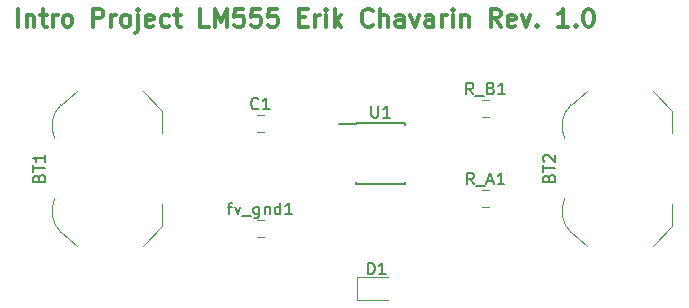
<source format=gbr>
G04 #@! TF.GenerationSoftware,KiCad,Pcbnew,(5.1.4)-1*
G04 #@! TF.CreationDate,2021-09-27T23:37:41-07:00*
G04 #@! TF.ProjectId,IntroProj,496e7472-6f50-4726-9f6a-2e6b69636164,rev?*
G04 #@! TF.SameCoordinates,Original*
G04 #@! TF.FileFunction,Legend,Top*
G04 #@! TF.FilePolarity,Positive*
%FSLAX46Y46*%
G04 Gerber Fmt 4.6, Leading zero omitted, Abs format (unit mm)*
G04 Created by KiCad (PCBNEW (5.1.4)-1) date 2021-09-27 23:37:41*
%MOMM*%
%LPD*%
G04 APERTURE LIST*
%ADD10C,0.300000*%
%ADD11C,0.100000*%
%ADD12C,0.120000*%
%ADD13C,0.150000*%
G04 APERTURE END LIST*
D10*
X130618571Y-57828571D02*
X130618571Y-56328571D01*
X131332857Y-56828571D02*
X131332857Y-57828571D01*
X131332857Y-56971428D02*
X131404285Y-56900000D01*
X131547142Y-56828571D01*
X131761428Y-56828571D01*
X131904285Y-56900000D01*
X131975714Y-57042857D01*
X131975714Y-57828571D01*
X132475714Y-56828571D02*
X133047142Y-56828571D01*
X132690000Y-56328571D02*
X132690000Y-57614285D01*
X132761428Y-57757142D01*
X132904285Y-57828571D01*
X133047142Y-57828571D01*
X133547142Y-57828571D02*
X133547142Y-56828571D01*
X133547142Y-57114285D02*
X133618571Y-56971428D01*
X133690000Y-56900000D01*
X133832857Y-56828571D01*
X133975714Y-56828571D01*
X134690000Y-57828571D02*
X134547142Y-57757142D01*
X134475714Y-57685714D01*
X134404285Y-57542857D01*
X134404285Y-57114285D01*
X134475714Y-56971428D01*
X134547142Y-56900000D01*
X134690000Y-56828571D01*
X134904285Y-56828571D01*
X135047142Y-56900000D01*
X135118571Y-56971428D01*
X135190000Y-57114285D01*
X135190000Y-57542857D01*
X135118571Y-57685714D01*
X135047142Y-57757142D01*
X134904285Y-57828571D01*
X134690000Y-57828571D01*
X136975714Y-57828571D02*
X136975714Y-56328571D01*
X137547142Y-56328571D01*
X137690000Y-56400000D01*
X137761428Y-56471428D01*
X137832857Y-56614285D01*
X137832857Y-56828571D01*
X137761428Y-56971428D01*
X137690000Y-57042857D01*
X137547142Y-57114285D01*
X136975714Y-57114285D01*
X138475714Y-57828571D02*
X138475714Y-56828571D01*
X138475714Y-57114285D02*
X138547142Y-56971428D01*
X138618571Y-56900000D01*
X138761428Y-56828571D01*
X138904285Y-56828571D01*
X139618571Y-57828571D02*
X139475714Y-57757142D01*
X139404285Y-57685714D01*
X139332857Y-57542857D01*
X139332857Y-57114285D01*
X139404285Y-56971428D01*
X139475714Y-56900000D01*
X139618571Y-56828571D01*
X139832857Y-56828571D01*
X139975714Y-56900000D01*
X140047142Y-56971428D01*
X140118571Y-57114285D01*
X140118571Y-57542857D01*
X140047142Y-57685714D01*
X139975714Y-57757142D01*
X139832857Y-57828571D01*
X139618571Y-57828571D01*
X140761428Y-56828571D02*
X140761428Y-58114285D01*
X140690000Y-58257142D01*
X140547142Y-58328571D01*
X140475714Y-58328571D01*
X140761428Y-56328571D02*
X140690000Y-56400000D01*
X140761428Y-56471428D01*
X140832857Y-56400000D01*
X140761428Y-56328571D01*
X140761428Y-56471428D01*
X142047142Y-57757142D02*
X141904285Y-57828571D01*
X141618571Y-57828571D01*
X141475714Y-57757142D01*
X141404285Y-57614285D01*
X141404285Y-57042857D01*
X141475714Y-56900000D01*
X141618571Y-56828571D01*
X141904285Y-56828571D01*
X142047142Y-56900000D01*
X142118571Y-57042857D01*
X142118571Y-57185714D01*
X141404285Y-57328571D01*
X143404285Y-57757142D02*
X143261428Y-57828571D01*
X142975714Y-57828571D01*
X142832857Y-57757142D01*
X142761428Y-57685714D01*
X142690000Y-57542857D01*
X142690000Y-57114285D01*
X142761428Y-56971428D01*
X142832857Y-56900000D01*
X142975714Y-56828571D01*
X143261428Y-56828571D01*
X143404285Y-56900000D01*
X143832857Y-56828571D02*
X144404285Y-56828571D01*
X144047142Y-56328571D02*
X144047142Y-57614285D01*
X144118571Y-57757142D01*
X144261428Y-57828571D01*
X144404285Y-57828571D01*
X146761428Y-57828571D02*
X146047142Y-57828571D01*
X146047142Y-56328571D01*
X147261428Y-57828571D02*
X147261428Y-56328571D01*
X147761428Y-57400000D01*
X148261428Y-56328571D01*
X148261428Y-57828571D01*
X149690000Y-56328571D02*
X148975714Y-56328571D01*
X148904285Y-57042857D01*
X148975714Y-56971428D01*
X149118571Y-56900000D01*
X149475714Y-56900000D01*
X149618571Y-56971428D01*
X149690000Y-57042857D01*
X149761428Y-57185714D01*
X149761428Y-57542857D01*
X149690000Y-57685714D01*
X149618571Y-57757142D01*
X149475714Y-57828571D01*
X149118571Y-57828571D01*
X148975714Y-57757142D01*
X148904285Y-57685714D01*
X151118571Y-56328571D02*
X150404285Y-56328571D01*
X150332857Y-57042857D01*
X150404285Y-56971428D01*
X150547142Y-56900000D01*
X150904285Y-56900000D01*
X151047142Y-56971428D01*
X151118571Y-57042857D01*
X151190000Y-57185714D01*
X151190000Y-57542857D01*
X151118571Y-57685714D01*
X151047142Y-57757142D01*
X150904285Y-57828571D01*
X150547142Y-57828571D01*
X150404285Y-57757142D01*
X150332857Y-57685714D01*
X152547142Y-56328571D02*
X151832857Y-56328571D01*
X151761428Y-57042857D01*
X151832857Y-56971428D01*
X151975714Y-56900000D01*
X152332857Y-56900000D01*
X152475714Y-56971428D01*
X152547142Y-57042857D01*
X152618571Y-57185714D01*
X152618571Y-57542857D01*
X152547142Y-57685714D01*
X152475714Y-57757142D01*
X152332857Y-57828571D01*
X151975714Y-57828571D01*
X151832857Y-57757142D01*
X151761428Y-57685714D01*
X154404285Y-57042857D02*
X154904285Y-57042857D01*
X155118571Y-57828571D02*
X154404285Y-57828571D01*
X154404285Y-56328571D01*
X155118571Y-56328571D01*
X155761428Y-57828571D02*
X155761428Y-56828571D01*
X155761428Y-57114285D02*
X155832857Y-56971428D01*
X155904285Y-56900000D01*
X156047142Y-56828571D01*
X156190000Y-56828571D01*
X156690000Y-57828571D02*
X156690000Y-56828571D01*
X156690000Y-56328571D02*
X156618571Y-56400000D01*
X156690000Y-56471428D01*
X156761428Y-56400000D01*
X156690000Y-56328571D01*
X156690000Y-56471428D01*
X157404285Y-57828571D02*
X157404285Y-56328571D01*
X157547142Y-57257142D02*
X157975714Y-57828571D01*
X157975714Y-56828571D02*
X157404285Y-57400000D01*
X160618571Y-57685714D02*
X160547142Y-57757142D01*
X160332857Y-57828571D01*
X160190000Y-57828571D01*
X159975714Y-57757142D01*
X159832857Y-57614285D01*
X159761428Y-57471428D01*
X159690000Y-57185714D01*
X159690000Y-56971428D01*
X159761428Y-56685714D01*
X159832857Y-56542857D01*
X159975714Y-56400000D01*
X160190000Y-56328571D01*
X160332857Y-56328571D01*
X160547142Y-56400000D01*
X160618571Y-56471428D01*
X161261428Y-57828571D02*
X161261428Y-56328571D01*
X161904285Y-57828571D02*
X161904285Y-57042857D01*
X161832857Y-56900000D01*
X161690000Y-56828571D01*
X161475714Y-56828571D01*
X161332857Y-56900000D01*
X161261428Y-56971428D01*
X163261428Y-57828571D02*
X163261428Y-57042857D01*
X163190000Y-56900000D01*
X163047142Y-56828571D01*
X162761428Y-56828571D01*
X162618571Y-56900000D01*
X163261428Y-57757142D02*
X163118571Y-57828571D01*
X162761428Y-57828571D01*
X162618571Y-57757142D01*
X162547142Y-57614285D01*
X162547142Y-57471428D01*
X162618571Y-57328571D01*
X162761428Y-57257142D01*
X163118571Y-57257142D01*
X163261428Y-57185714D01*
X163832857Y-56828571D02*
X164190000Y-57828571D01*
X164547142Y-56828571D01*
X165761428Y-57828571D02*
X165761428Y-57042857D01*
X165690000Y-56900000D01*
X165547142Y-56828571D01*
X165261428Y-56828571D01*
X165118571Y-56900000D01*
X165761428Y-57757142D02*
X165618571Y-57828571D01*
X165261428Y-57828571D01*
X165118571Y-57757142D01*
X165047142Y-57614285D01*
X165047142Y-57471428D01*
X165118571Y-57328571D01*
X165261428Y-57257142D01*
X165618571Y-57257142D01*
X165761428Y-57185714D01*
X166475714Y-57828571D02*
X166475714Y-56828571D01*
X166475714Y-57114285D02*
X166547142Y-56971428D01*
X166618571Y-56900000D01*
X166761428Y-56828571D01*
X166904285Y-56828571D01*
X167404285Y-57828571D02*
X167404285Y-56828571D01*
X167404285Y-56328571D02*
X167332857Y-56400000D01*
X167404285Y-56471428D01*
X167475714Y-56400000D01*
X167404285Y-56328571D01*
X167404285Y-56471428D01*
X168118571Y-56828571D02*
X168118571Y-57828571D01*
X168118571Y-56971428D02*
X168190000Y-56900000D01*
X168332857Y-56828571D01*
X168547142Y-56828571D01*
X168690000Y-56900000D01*
X168761428Y-57042857D01*
X168761428Y-57828571D01*
X171475714Y-57828571D02*
X170975714Y-57114285D01*
X170618571Y-57828571D02*
X170618571Y-56328571D01*
X171190000Y-56328571D01*
X171332857Y-56400000D01*
X171404285Y-56471428D01*
X171475714Y-56614285D01*
X171475714Y-56828571D01*
X171404285Y-56971428D01*
X171332857Y-57042857D01*
X171190000Y-57114285D01*
X170618571Y-57114285D01*
X172690000Y-57757142D02*
X172547142Y-57828571D01*
X172261428Y-57828571D01*
X172118571Y-57757142D01*
X172047142Y-57614285D01*
X172047142Y-57042857D01*
X172118571Y-56900000D01*
X172261428Y-56828571D01*
X172547142Y-56828571D01*
X172690000Y-56900000D01*
X172761428Y-57042857D01*
X172761428Y-57185714D01*
X172047142Y-57328571D01*
X173261428Y-56828571D02*
X173618571Y-57828571D01*
X173975714Y-56828571D01*
X174547142Y-57685714D02*
X174618571Y-57757142D01*
X174547142Y-57828571D01*
X174475714Y-57757142D01*
X174547142Y-57685714D01*
X174547142Y-57828571D01*
X177190000Y-57828571D02*
X176332857Y-57828571D01*
X176761428Y-57828571D02*
X176761428Y-56328571D01*
X176618571Y-56542857D01*
X176475714Y-56685714D01*
X176332857Y-56757142D01*
X177832857Y-57685714D02*
X177904285Y-57757142D01*
X177832857Y-57828571D01*
X177761428Y-57757142D01*
X177832857Y-57685714D01*
X177832857Y-57828571D01*
X178832857Y-56328571D02*
X178975714Y-56328571D01*
X179118571Y-56400000D01*
X179190000Y-56471428D01*
X179261428Y-56614285D01*
X179332857Y-56900000D01*
X179332857Y-57257142D01*
X179261428Y-57542857D01*
X179190000Y-57685714D01*
X179118571Y-57757142D01*
X178975714Y-57828571D01*
X178832857Y-57828571D01*
X178690000Y-57757142D01*
X178618571Y-57685714D01*
X178547142Y-57542857D01*
X178475714Y-57257142D01*
X178475714Y-56900000D01*
X178547142Y-56614285D01*
X178618571Y-56471428D01*
X178690000Y-56400000D01*
X178832857Y-56328571D01*
D11*
X135580000Y-76400000D02*
X134230000Y-75250000D01*
X135580000Y-63300000D02*
X134230000Y-64450000D01*
X142830000Y-64950000D02*
X142830000Y-66850000D01*
X142830000Y-74750000D02*
X142830000Y-72850000D01*
X142830000Y-74750000D02*
X141180000Y-76400000D01*
X141180000Y-63300000D02*
X142830000Y-64950000D01*
X133733542Y-72351694D02*
G75*
G03X134230000Y-75250000I2296458J-1098306D01*
G01*
X133732393Y-67345902D02*
G75*
G02X134230000Y-64450000I2297607J1095902D01*
G01*
X176912393Y-67345902D02*
G75*
G02X177410000Y-64450000I2297607J1095902D01*
G01*
X176913542Y-72351694D02*
G75*
G03X177410000Y-75250000I2296458J-1098306D01*
G01*
X184360000Y-63300000D02*
X186010000Y-64950000D01*
X186010000Y-74750000D02*
X184360000Y-76400000D01*
X186010000Y-74750000D02*
X186010000Y-72850000D01*
X186010000Y-64950000D02*
X186010000Y-66850000D01*
X178760000Y-63300000D02*
X177410000Y-64450000D01*
X178760000Y-76400000D02*
X177410000Y-75250000D01*
D12*
X150871422Y-65330000D02*
X151388578Y-65330000D01*
X150871422Y-66750000D02*
X151388578Y-66750000D01*
X159272500Y-80970000D02*
X161957500Y-80970000D01*
X159272500Y-79050000D02*
X159272500Y-80970000D01*
X161957500Y-79050000D02*
X159272500Y-79050000D01*
X150871422Y-75640000D02*
X151388578Y-75640000D01*
X150871422Y-74220000D02*
X151388578Y-74220000D01*
X169921422Y-73100000D02*
X170438578Y-73100000D01*
X169921422Y-71680000D02*
X170438578Y-71680000D01*
X169921422Y-64060000D02*
X170438578Y-64060000D01*
X169921422Y-65480000D02*
X170438578Y-65480000D01*
D13*
X159215000Y-66005000D02*
X159215000Y-66055000D01*
X163365000Y-66005000D02*
X163365000Y-66150000D01*
X163365000Y-71155000D02*
X163365000Y-71010000D01*
X159215000Y-71155000D02*
X159215000Y-71010000D01*
X159215000Y-66005000D02*
X163365000Y-66005000D01*
X159215000Y-71155000D02*
X163365000Y-71155000D01*
X159215000Y-66055000D02*
X157815000Y-66055000D01*
X132358571Y-70635714D02*
X132406190Y-70492857D01*
X132453809Y-70445238D01*
X132549047Y-70397619D01*
X132691904Y-70397619D01*
X132787142Y-70445238D01*
X132834761Y-70492857D01*
X132882380Y-70588095D01*
X132882380Y-70969047D01*
X131882380Y-70969047D01*
X131882380Y-70635714D01*
X131930000Y-70540476D01*
X131977619Y-70492857D01*
X132072857Y-70445238D01*
X132168095Y-70445238D01*
X132263333Y-70492857D01*
X132310952Y-70540476D01*
X132358571Y-70635714D01*
X132358571Y-70969047D01*
X131882380Y-70111904D02*
X131882380Y-69540476D01*
X132882380Y-69826190D02*
X131882380Y-69826190D01*
X132882380Y-68683333D02*
X132882380Y-69254761D01*
X132882380Y-68969047D02*
X131882380Y-68969047D01*
X132025238Y-69064285D01*
X132120476Y-69159523D01*
X132168095Y-69254761D01*
X175538571Y-70635714D02*
X175586190Y-70492857D01*
X175633809Y-70445238D01*
X175729047Y-70397619D01*
X175871904Y-70397619D01*
X175967142Y-70445238D01*
X176014761Y-70492857D01*
X176062380Y-70588095D01*
X176062380Y-70969047D01*
X175062380Y-70969047D01*
X175062380Y-70635714D01*
X175110000Y-70540476D01*
X175157619Y-70492857D01*
X175252857Y-70445238D01*
X175348095Y-70445238D01*
X175443333Y-70492857D01*
X175490952Y-70540476D01*
X175538571Y-70635714D01*
X175538571Y-70969047D01*
X175062380Y-70111904D02*
X175062380Y-69540476D01*
X176062380Y-69826190D02*
X175062380Y-69826190D01*
X175157619Y-69254761D02*
X175110000Y-69207142D01*
X175062380Y-69111904D01*
X175062380Y-68873809D01*
X175110000Y-68778571D01*
X175157619Y-68730952D01*
X175252857Y-68683333D01*
X175348095Y-68683333D01*
X175490952Y-68730952D01*
X176062380Y-69302380D01*
X176062380Y-68683333D01*
X150963333Y-64747142D02*
X150915714Y-64794761D01*
X150772857Y-64842380D01*
X150677619Y-64842380D01*
X150534761Y-64794761D01*
X150439523Y-64699523D01*
X150391904Y-64604285D01*
X150344285Y-64413809D01*
X150344285Y-64270952D01*
X150391904Y-64080476D01*
X150439523Y-63985238D01*
X150534761Y-63890000D01*
X150677619Y-63842380D01*
X150772857Y-63842380D01*
X150915714Y-63890000D01*
X150963333Y-63937619D01*
X151915714Y-64842380D02*
X151344285Y-64842380D01*
X151630000Y-64842380D02*
X151630000Y-63842380D01*
X151534761Y-63985238D01*
X151439523Y-64080476D01*
X151344285Y-64128095D01*
X160219404Y-78812380D02*
X160219404Y-77812380D01*
X160457500Y-77812380D01*
X160600357Y-77860000D01*
X160695595Y-77955238D01*
X160743214Y-78050476D01*
X160790833Y-78240952D01*
X160790833Y-78383809D01*
X160743214Y-78574285D01*
X160695595Y-78669523D01*
X160600357Y-78764761D01*
X160457500Y-78812380D01*
X160219404Y-78812380D01*
X161743214Y-78812380D02*
X161171785Y-78812380D01*
X161457500Y-78812380D02*
X161457500Y-77812380D01*
X161362261Y-77955238D01*
X161267023Y-78050476D01*
X161171785Y-78098095D01*
X148344285Y-73065714D02*
X148725238Y-73065714D01*
X148487142Y-73732380D02*
X148487142Y-72875238D01*
X148534761Y-72780000D01*
X148630000Y-72732380D01*
X148725238Y-72732380D01*
X148963333Y-73065714D02*
X149201428Y-73732380D01*
X149439523Y-73065714D01*
X149582380Y-73827619D02*
X150344285Y-73827619D01*
X151010952Y-73065714D02*
X151010952Y-73875238D01*
X150963333Y-73970476D01*
X150915714Y-74018095D01*
X150820476Y-74065714D01*
X150677619Y-74065714D01*
X150582380Y-74018095D01*
X151010952Y-73684761D02*
X150915714Y-73732380D01*
X150725238Y-73732380D01*
X150630000Y-73684761D01*
X150582380Y-73637142D01*
X150534761Y-73541904D01*
X150534761Y-73256190D01*
X150582380Y-73160952D01*
X150630000Y-73113333D01*
X150725238Y-73065714D01*
X150915714Y-73065714D01*
X151010952Y-73113333D01*
X151487142Y-73065714D02*
X151487142Y-73732380D01*
X151487142Y-73160952D02*
X151534761Y-73113333D01*
X151630000Y-73065714D01*
X151772857Y-73065714D01*
X151868095Y-73113333D01*
X151915714Y-73208571D01*
X151915714Y-73732380D01*
X152820476Y-73732380D02*
X152820476Y-72732380D01*
X152820476Y-73684761D02*
X152725238Y-73732380D01*
X152534761Y-73732380D01*
X152439523Y-73684761D01*
X152391904Y-73637142D01*
X152344285Y-73541904D01*
X152344285Y-73256190D01*
X152391904Y-73160952D01*
X152439523Y-73113333D01*
X152534761Y-73065714D01*
X152725238Y-73065714D01*
X152820476Y-73113333D01*
X153820476Y-73732380D02*
X153249047Y-73732380D01*
X153534761Y-73732380D02*
X153534761Y-72732380D01*
X153439523Y-72875238D01*
X153344285Y-72970476D01*
X153249047Y-73018095D01*
X169203809Y-71192380D02*
X168870476Y-70716190D01*
X168632380Y-71192380D02*
X168632380Y-70192380D01*
X169013333Y-70192380D01*
X169108571Y-70240000D01*
X169156190Y-70287619D01*
X169203809Y-70382857D01*
X169203809Y-70525714D01*
X169156190Y-70620952D01*
X169108571Y-70668571D01*
X169013333Y-70716190D01*
X168632380Y-70716190D01*
X169394285Y-71287619D02*
X170156190Y-71287619D01*
X170346666Y-70906666D02*
X170822857Y-70906666D01*
X170251428Y-71192380D02*
X170584761Y-70192380D01*
X170918095Y-71192380D01*
X171775238Y-71192380D02*
X171203809Y-71192380D01*
X171489523Y-71192380D02*
X171489523Y-70192380D01*
X171394285Y-70335238D01*
X171299047Y-70430476D01*
X171203809Y-70478095D01*
X169132380Y-63572380D02*
X168799047Y-63096190D01*
X168560952Y-63572380D02*
X168560952Y-62572380D01*
X168941904Y-62572380D01*
X169037142Y-62620000D01*
X169084761Y-62667619D01*
X169132380Y-62762857D01*
X169132380Y-62905714D01*
X169084761Y-63000952D01*
X169037142Y-63048571D01*
X168941904Y-63096190D01*
X168560952Y-63096190D01*
X169322857Y-63667619D02*
X170084761Y-63667619D01*
X170656190Y-63048571D02*
X170799047Y-63096190D01*
X170846666Y-63143809D01*
X170894285Y-63239047D01*
X170894285Y-63381904D01*
X170846666Y-63477142D01*
X170799047Y-63524761D01*
X170703809Y-63572380D01*
X170322857Y-63572380D01*
X170322857Y-62572380D01*
X170656190Y-62572380D01*
X170751428Y-62620000D01*
X170799047Y-62667619D01*
X170846666Y-62762857D01*
X170846666Y-62858095D01*
X170799047Y-62953333D01*
X170751428Y-63000952D01*
X170656190Y-63048571D01*
X170322857Y-63048571D01*
X171846666Y-63572380D02*
X171275238Y-63572380D01*
X171560952Y-63572380D02*
X171560952Y-62572380D01*
X171465714Y-62715238D01*
X171370476Y-62810476D01*
X171275238Y-62858095D01*
X160528095Y-64532380D02*
X160528095Y-65341904D01*
X160575714Y-65437142D01*
X160623333Y-65484761D01*
X160718571Y-65532380D01*
X160909047Y-65532380D01*
X161004285Y-65484761D01*
X161051904Y-65437142D01*
X161099523Y-65341904D01*
X161099523Y-64532380D01*
X162099523Y-65532380D02*
X161528095Y-65532380D01*
X161813809Y-65532380D02*
X161813809Y-64532380D01*
X161718571Y-64675238D01*
X161623333Y-64770476D01*
X161528095Y-64818095D01*
M02*

</source>
